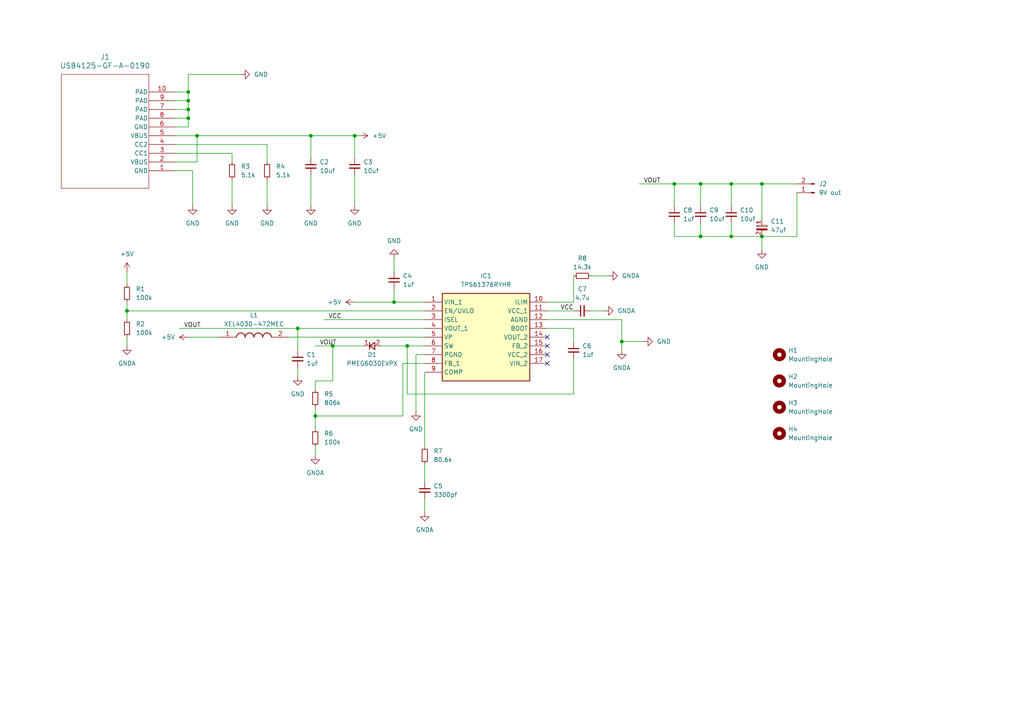
<source format=kicad_sch>
(kicad_sch (version 20230121) (generator eeschema)
  (paper "A4")
  (lib_symbols
    (symbol "Connector:Conn_01x02_Pin" (pin_names (offset 1.016) hide)
      (property "Reference" "J" (at 0 2.54 0))
      (property "Value" "Conn_01x02_Pin" (at 0 -5.08 0))
      (symbol "Conn_01x02_Pin_1_1"
        (polyline (pts (xy 1.27 -2.54) (xy 0.8636 -2.54)) (stroke (width 0.1524)))
        (polyline (pts (xy 1.27 0) (xy 0.8636 0)) (stroke (width 0.1524)))
        (rectangle (start 0.8636 -2.413) (end 0 -2.667) (stroke (width 0.1524)) (fill (type outline)))
        (rectangle (start 0.8636 0.127) (end 0 -0.127) (stroke (width 0.1524)) (fill (type outline)))
        (pin passive line (at 5.08 0 180) (length 3.81) (name "Pin_1") (number "1"))
        (pin passive line (at 5.08 -2.54 180) (length 3.81) (name "Pin_2") (number "2"))
      )
    )
    (symbol "Device:C_Polarized_Small" (pin_names (offset 0.254) hide)
      (property "Reference" "C" (at 0.254 1.778 0))
      (property "Value" "C_Polarized_Small" (at 0.254 -2.032 0))
      (symbol "C_Polarized_Small_0_1"
        (rectangle (start -1.524 -0.3048) (end 1.524 -0.6858) (fill (type outline)))
        (rectangle (start -1.524 0.6858) (end 1.524 0.3048))
        (polyline (pts (xy -1.27 1.524) (xy -0.762 1.524)))
        (polyline (pts (xy -1.016 1.27) (xy -1.016 1.778)))
      )
      (symbol "C_Polarized_Small_1_1"
        (pin passive line (at 0 2.54 270) (length 1.8542) (name "~") (number "1"))
        (pin passive line (at 0 -2.54 90) (length 1.8542) (name "~") (number "2"))
      )
    )
    (symbol "Device:C_Small" (pin_numbers hide) (pin_names (offset 0.254) hide)
      (property "Reference" "C" (at 0.254 1.778 0))
      (property "Value" "C_Small" (at 0.254 -2.032 0))
      (symbol "C_Small_0_1"
        (polyline (pts (xy -1.524 -0.508) (xy 1.524 -0.508)) (stroke (width 0.3302)))
        (polyline (pts (xy -1.524 0.508) (xy 1.524 0.508)) (stroke (width 0.3048)))
      )
      (symbol "C_Small_1_1"
        (pin passive line (at 0 2.54 270) (length 2.032) (name "~") (number "1"))
        (pin passive line (at 0 -2.54 90) (length 2.032) (name "~") (number "2"))
      )
    )
    (symbol "Device:D_Small" (pin_names (offset 0.254) hide)
      (property "Reference" "D" (at -1.27 2.032 0))
      (property "Value" "D_Small" (at -3.81 -2.032 0))
      (symbol "D_Small_0_1"
        (polyline (pts (xy -0.762 -1.016) (xy -0.762 1.016)) (stroke (width 0.254)))
        (polyline (pts (xy -0.762 0) (xy 0.762 0)))
        (polyline (pts (xy 0.762 -1.016) (xy -0.762 0) (xy 0.762 1.016) (xy 0.762 -1.016)) (stroke (width 0.254)))
      )
      (symbol "D_Small_1_1"
        (pin passive line (at -2.54 0 0) (length 1.778) (name "K") (number "1"))
        (pin passive line (at 2.54 0 180) (length 1.778) (name "A") (number "2"))
      )
    )
    (symbol "Device:R_Small" (pin_numbers hide) (pin_names (offset 0.254) hide)
      (property "Reference" "R" (at 0.762 0.508 0))
      (property "Value" "R_Small" (at 0.762 -1.016 0))
      (symbol "R_Small_0_1"
        (rectangle (start -0.762 1.778) (end 0.762 -1.778) (stroke (width 0.2032)))
      )
      (symbol "R_Small_1_1"
        (pin passive line (at 0 2.54 270) (length 0.762) (name "~") (number "1"))
        (pin passive line (at 0 -2.54 90) (length 0.762) (name "~") (number "2"))
      )
    )
    (symbol "Mechanical:MountingHole" (pin_names (offset 1.016))
      (property "Reference" "H" (at 0 5.08 0))
      (property "Value" "MountingHole" (at 0 3.175 0))
      (symbol "MountingHole_0_1"
        (circle (center 0 0) (radius 1.27) (stroke (width 1.27)))
      )
    )
    (symbol "boost-converter:TPS61376RYHR"
      (property "Reference" "IC" (at 31.75 7.62 0))
      (property "Value" "TPS61376RYHR" (at 31.75 5.08 0))
      (symbol "TPS61376RYHR_1_1"
        (rectangle (start 5.08 2.54) (end 30.48 -22.86) (stroke (width 0.254)) (fill (type background)))
        (pin passive line (at 0 0 0) (length 5.08) (name "VIN_1") (number "1"))
        (pin passive line (at 35.56 0 180) (length 5.08) (name "ILIM") (number "10"))
        (pin passive line (at 35.56 -2.54 180) (length 5.08) (name "VCC_1") (number "11"))
        (pin passive line (at 35.56 -5.08 180) (length 5.08) (name "AGND") (number "12"))
        (pin passive line (at 35.56 -7.62 180) (length 5.08) (name "BOOT") (number "13"))
        (pin passive line (at 35.56 -10.16 180) (length 5.08) (name "VOUT_2") (number "14"))
        (pin passive line (at 35.56 -12.7 180) (length 5.08) (name "FB_2") (number "15"))
        (pin passive line (at 35.56 -15.24 180) (length 5.08) (name "VCC_2") (number "16"))
        (pin passive line (at 35.56 -17.78 180) (length 5.08) (name "VIN_2") (number "17"))
        (pin passive line (at 0 -2.54 0) (length 5.08) (name "EN/UVLO") (number "2"))
        (pin passive line (at 0 -5.08 0) (length 5.08) (name "ISEL") (number "3"))
        (pin passive line (at 0 -7.62 0) (length 5.08) (name "VOUT_1") (number "4"))
        (pin passive line (at 0 -10.16 0) (length 5.08) (name "VP") (number "5"))
        (pin passive line (at 0 -12.7 0) (length 5.08) (name "SW") (number "6"))
        (pin passive line (at 0 -15.24 0) (length 5.08) (name "PGND") (number "7"))
        (pin passive line (at 0 -17.78 0) (length 5.08) (name "FB_1") (number "8"))
        (pin passive line (at 0 -20.32 0) (length 5.08) (name "COMP") (number "9"))
      )
    )
    (symbol "inductor:XEL4030-472MEC" (pin_names hide)
      (property "Reference" "L" (at 16.51 6.35 0))
      (property "Value" "XEL4030-472MEC" (at 16.51 3.81 0))
      (symbol "XEL4030-472MEC_1_1"
        (arc (start 7.62 0) (mid 6.35 1.219) (end 5.08 0) (stroke (width 0.254)))
        (arc (start 10.16 0) (mid 8.89 1.219) (end 7.62 0) (stroke (width 0.254)))
        (arc (start 12.7 0) (mid 11.43 1.219) (end 10.16 0) (stroke (width 0.254)))
        (arc (start 15.24 0) (mid 13.97 1.219) (end 12.7 0) (stroke (width 0.254)))
        (pin passive line (at 0 0 0) (length 5.08) (name "1") (number "1"))
        (pin passive line (at 20.32 0 180) (length 5.08) (name "2") (number "2"))
      )
    )
    (symbol "power:+5V" (power) (pin_names (offset 0))
      (property "Value" "+5V" (at 0 3.556 0))
      (symbol "+5V_0_1"
        (polyline (pts (xy -0.762 1.27) (xy 0 2.54)))
        (polyline (pts (xy 0 0) (xy 0 2.54)))
        (polyline (pts (xy 0 2.54) (xy 0.762 1.27)))
      )
      (symbol "+5V_1_1"
        (pin power_in line (at 0 0 90) (length 0) hide (name "+5V") (number "1"))
      )
    )
    (symbol "power:GND" (power) (pin_names (offset 0))
      (property "Value" "GND" (at 0 -3.81 0))
      (symbol "GND_0_1"
        (polyline (pts (xy 0 0) (xy 0 -1.27) (xy 1.27 -1.27) (xy 0 -2.54) (xy -1.27 -1.27) (xy 0 -1.27)))
      )
      (symbol "GND_1_1"
        (pin power_in line (at 0 0 270) (length 0) hide (name "GND") (number "1"))
      )
    )
    (symbol "power:GNDA" (power) (pin_names (offset 0))
      (property "Value" "GNDA" (at 0 -3.81 0))
      (symbol "GNDA_0_1"
        (polyline (pts (xy 0 0) (xy 0 -1.27) (xy 1.27 -1.27) (xy 0 -2.54) (xy -1.27 -1.27) (xy 0 -1.27)))
      )
      (symbol "GNDA_1_1"
        (pin power_in line (at 0 0 270) (length 0) hide (name "GNDA") (number "1"))
      )
    )
    (symbol "usbc-conn:USB4125-GF-A-0190" (pin_names (offset 0.254))
      (property "Reference" "J" (at 20.32 10.16 0))
      (property "Value" "USB4125-GF-A-0190" (at 20.32 7.62 0))
      (symbol "USB4125-GF-A-0190_0_1"
        (polyline (pts (xy 7.62 -27.94) (xy 33.02 -27.94)) (stroke (width 0.127)))
        (polyline (pts (xy 7.62 5.08) (xy 7.62 -27.94)) (stroke (width 0.127)))
        (polyline (pts (xy 33.02 -27.94) (xy 33.02 5.08)) (stroke (width 0.127)))
        (polyline (pts (xy 33.02 5.08) (xy 7.62 5.08)) (stroke (width 0.127)))
      )
      (symbol "USB4125-GF-A-0190_1_1"
        (pin power_in line (at 0 0 0) (length 7.62) (name "GND") (number "1"))
        (pin power_in line (at 0 -22.86 0) (length 7.62) (name "PAD") (number "10"))
        (pin power_in line (at 0 -2.54 0) (length 7.62) (name "VBUS") (number "2"))
        (pin open_emitter line (at 0 -5.08 0) (length 7.62) (name "CC1") (number "3"))
        (pin open_emitter line (at 0 -7.62 0) (length 7.62) (name "CC2") (number "4"))
        (pin power_in line (at 0 -10.16 0) (length 7.62) (name "VBUS") (number "5"))
        (pin power_in line (at 0 -12.7 0) (length 7.62) (name "GND") (number "6"))
        (pin power_in line (at 0 -17.78 0) (length 7.62) (name "PAD") (number "7"))
        (pin power_in line (at 0 -15.24 0) (length 7.62) (name "PAD") (number "8"))
        (pin power_in line (at 0 -20.32 0) (length 7.62) (name "PAD") (number "9"))
      )
    )
  )
  (junction (at 36.83 90.17))
  (junction (at 54.61 34.29))
  (junction (at 96.52 100.33))
  (junction (at 195.58 53.34))
  (junction (at 212.09 68.58))
  (junction (at 91.44 120.65))
  (junction (at 57.15 39.37))
  (junction (at 220.98 53.34))
  (junction (at 86.36 95.25))
  (junction (at 118.11 100.33))
  (junction (at 102.87 39.37))
  (junction (at 203.2 53.34))
  (junction (at 180.34 99.06))
  (junction (at 90.17 39.37))
  (junction (at 212.09 53.34))
  (junction (at 54.61 31.75))
  (junction (at 220.98 68.58))
  (junction (at 54.61 26.67))
  (junction (at 54.61 29.21))
  (junction (at 203.2 68.58))
  (junction (at 114.3 87.63))
  (no_connect (at 158.75 102.87))
  (no_connect (at 158.75 97.79))
  (no_connect (at 158.75 100.33))
  (no_connect (at 158.75 105.41))
  (wire (pts (xy 118.11 114.3) (xy 118.11 100.33)))
  (wire (pts (xy 171.45 90.17) (xy 175.26 90.17)))
  (wire (pts (xy 166.37 87.63) (xy 166.37 80.01)))
  (wire (pts (xy 91.44 113.03) (xy 91.44 110.49)))
  (wire (pts (xy 195.58 53.34) (xy 195.58 59.69)))
  (wire (pts (xy 123.19 134.62) (xy 123.19 139.7)))
  (wire (pts (xy 114.3 83.82) (xy 114.3 87.63)))
  (wire (pts (xy 120.65 102.87) (xy 120.65 119.38)))
  (wire (pts (xy 50.8 29.21) (xy 54.61 29.21)))
  (wire (pts (xy 91.44 120.65) (xy 91.44 124.46)))
  (wire (pts (xy 91.44 100.33) (xy 96.52 100.33)))
  (wire (pts (xy 54.61 31.75) (xy 54.61 29.21)))
  (wire (pts (xy 96.52 100.33) (xy 105.41 100.33)))
  (wire (pts (xy 123.19 107.95) (xy 123.19 129.54)))
  (wire (pts (xy 203.2 64.77) (xy 203.2 68.58)))
  (wire (pts (xy 96.52 110.49) (xy 96.52 100.33)))
  (wire (pts (xy 90.17 39.37) (xy 102.87 39.37)))
  (wire (pts (xy 203.2 53.34) (xy 212.09 53.34)))
  (wire (pts (xy 36.83 87.63) (xy 36.83 90.17)))
  (wire (pts (xy 158.75 95.25) (xy 166.37 95.25)))
  (wire (pts (xy 195.58 64.77) (xy 195.58 68.58)))
  (wire (pts (xy 123.19 102.87) (xy 120.65 102.87)))
  (wire (pts (xy 220.98 53.34) (xy 220.98 63.5)))
  (wire (pts (xy 54.61 36.83) (xy 54.61 34.29)))
  (wire (pts (xy 212.09 53.34) (xy 212.09 59.69)))
  (wire (pts (xy 118.11 100.33) (xy 123.19 100.33)))
  (wire (pts (xy 57.15 46.99) (xy 57.15 39.37)))
  (wire (pts (xy 123.19 144.78) (xy 123.19 148.59)))
  (wire (pts (xy 50.8 26.67) (xy 54.61 26.67)))
  (wire (pts (xy 203.2 53.34) (xy 203.2 59.69)))
  (wire (pts (xy 57.15 39.37) (xy 90.17 39.37)))
  (wire (pts (xy 50.8 44.45) (xy 67.31 44.45)))
  (wire (pts (xy 158.75 87.63) (xy 166.37 87.63)))
  (wire (pts (xy 91.44 120.65) (xy 116.84 120.65)))
  (wire (pts (xy 77.47 41.91) (xy 77.47 46.99)))
  (wire (pts (xy 90.17 39.37) (xy 90.17 45.72)))
  (wire (pts (xy 166.37 114.3) (xy 118.11 114.3)))
  (wire (pts (xy 36.83 97.79) (xy 36.83 100.33)))
  (wire (pts (xy 220.98 68.58) (xy 220.98 72.39)))
  (wire (pts (xy 212.09 64.77) (xy 212.09 68.58)))
  (wire (pts (xy 102.87 39.37) (xy 102.87 45.72)))
  (wire (pts (xy 54.61 34.29) (xy 54.61 31.75)))
  (wire (pts (xy 50.8 41.91) (xy 77.47 41.91)))
  (wire (pts (xy 91.44 110.49) (xy 96.52 110.49)))
  (wire (pts (xy 185.42 53.34) (xy 195.58 53.34)))
  (wire (pts (xy 166.37 95.25) (xy 166.37 99.06)))
  (wire (pts (xy 50.8 49.53) (xy 55.88 49.53)))
  (wire (pts (xy 36.83 90.17) (xy 36.83 92.71)))
  (wire (pts (xy 220.98 53.34) (xy 231.14 53.34)))
  (wire (pts (xy 171.45 80.01) (xy 176.53 80.01)))
  (wire (pts (xy 195.58 53.34) (xy 203.2 53.34)))
  (wire (pts (xy 50.8 39.37) (xy 57.15 39.37)))
  (wire (pts (xy 231.14 55.88) (xy 231.14 68.58)))
  (wire (pts (xy 116.84 105.41) (xy 116.84 120.65)))
  (wire (pts (xy 102.87 87.63) (xy 114.3 87.63)))
  (wire (pts (xy 158.75 90.17) (xy 166.37 90.17)))
  (wire (pts (xy 86.36 95.25) (xy 86.36 101.6)))
  (wire (pts (xy 110.49 100.33) (xy 118.11 100.33)))
  (wire (pts (xy 102.87 50.8) (xy 102.87 59.69)))
  (wire (pts (xy 54.61 29.21) (xy 54.61 26.67)))
  (wire (pts (xy 93.98 92.71) (xy 123.19 92.71)))
  (wire (pts (xy 50.8 36.83) (xy 54.61 36.83)))
  (wire (pts (xy 114.3 74.93) (xy 114.3 78.74)))
  (wire (pts (xy 180.34 99.06) (xy 186.69 99.06)))
  (wire (pts (xy 212.09 68.58) (xy 220.98 68.58)))
  (wire (pts (xy 203.2 68.58) (xy 212.09 68.58)))
  (wire (pts (xy 231.14 68.58) (xy 220.98 68.58)))
  (wire (pts (xy 83.82 97.79) (xy 123.19 97.79)))
  (wire (pts (xy 195.58 68.58) (xy 203.2 68.58)))
  (wire (pts (xy 91.44 118.11) (xy 91.44 120.65)))
  (wire (pts (xy 180.34 99.06) (xy 180.34 101.6)))
  (wire (pts (xy 180.34 92.71) (xy 180.34 99.06)))
  (wire (pts (xy 36.83 90.17) (xy 123.19 90.17)))
  (wire (pts (xy 55.88 49.53) (xy 55.88 59.69)))
  (wire (pts (xy 36.83 78.74) (xy 36.83 82.55)))
  (wire (pts (xy 90.17 50.8) (xy 90.17 59.69)))
  (wire (pts (xy 67.31 52.07) (xy 67.31 59.69)))
  (wire (pts (xy 50.8 46.99) (xy 57.15 46.99)))
  (wire (pts (xy 52.07 95.25) (xy 86.36 95.25)))
  (wire (pts (xy 54.61 97.79) (xy 63.5 97.79)))
  (wire (pts (xy 91.44 129.54) (xy 91.44 132.08)))
  (wire (pts (xy 50.8 31.75) (xy 54.61 31.75)))
  (wire (pts (xy 77.47 52.07) (xy 77.47 59.69)))
  (wire (pts (xy 114.3 87.63) (xy 123.19 87.63)))
  (wire (pts (xy 54.61 21.59) (xy 69.85 21.59)))
  (wire (pts (xy 54.61 26.67) (xy 54.61 21.59)))
  (wire (pts (xy 212.09 53.34) (xy 220.98 53.34)))
  (wire (pts (xy 166.37 104.14) (xy 166.37 114.3)))
  (wire (pts (xy 158.75 92.71) (xy 180.34 92.71)))
  (wire (pts (xy 86.36 106.68) (xy 86.36 109.22)))
  (wire (pts (xy 102.87 39.37) (xy 104.14 39.37)))
  (wire (pts (xy 67.31 46.99) (xy 67.31 44.45)))
  (wire (pts (xy 123.19 105.41) (xy 116.84 105.41)))
  (wire (pts (xy 86.36 95.25) (xy 123.19 95.25)))
  (wire (pts (xy 50.8 34.29) (xy 54.61 34.29)))
  (label "VOUT" (at 186.69 53.34 0))
  (label "VOUT" (at 92.71 100.33 0))
  (label "VCC" (at 95.25 92.71 0))
  (label "VCC" (at 166.37 90.17 180))
  (label "VOUT" (at 53.34 95.25 0))
  (symbol (lib_id "Device:R_Small") (at 67.31 49.53 0) (unit 1)
    (property "Reference" "R3" (at 69.85 48.26 0) (effects (justify left)))
    (property "Value" "5.1k" (at 69.85 50.8 0) (effects (justify left)))
    (property "Footprint" "Resistor_SMD:R_0603_1608Metric" (effects hide))
  )
  (symbol (lib_id "Device:C_Polarized_Small") (at 220.98 66.04 0) (unit 1)
    (property "Reference" "C11" (at 223.52 64.2239 0) (effects (justify left)))
    (property "Value" "47uf" (at 223.52 66.7639 0) (effects (justify left)))
    (property "Footprint" "capacitor:EEE1AA220WR" (effects hide))
  )
  (symbol (lib_id "inductor:XEL4030-472MEC") (at 63.5 97.79 0) (unit 1)
    (property "Reference" "L1" (at 73.66 91.44 0))
    (property "Value" "XEL4030-472MEC" (at 73.66 93.98 0))
    (property "Footprint" "inductor:XEL4030472MEC" (effects hide))
    (property "Datasheet" "https://www.coilcraft.com/getmedia/8245f050-f190-4295-8c41-7c03d662ee3d/xel4030.pdf" (effects hide))
    (property "Height" "3.1" (effects hide))
    (property "Mouser Part Number" "994-XEL4030-472MEC" (effects hide))
    (property "Mouser Price/Stock" "https://www.mouser.co.uk/ProductDetail/Coilcraft/XEL4030-472MEC?qs=chTDxNqvsykB0pdY7uXC2g%3D%3D" (effects hide))
    (property "Manufacturer_Name" "COILCRAFT" (effects hide))
    (property "Manufacturer_Part_Number" "XEL4030-472MEC" (effects hide))
  )
  (symbol (lib_id "Device:R_Small") (at 123.19 132.08 0) (unit 1)
    (property "Reference" "R7" (at 125.73 130.81 0) (effects (justify left)))
    (property "Value" "80.6k" (at 125.73 133.35 0) (effects (justify left)))
    (property "Footprint" "Resistor_SMD:R_0603_1608Metric" (effects hide))
  )
  (symbol (lib_id "Device:R_Small") (at 77.47 49.53 0) (unit 1)
    (property "Reference" "R4" (at 80.01 48.26 0) (effects (justify left)))
    (property "Value" "5.1k" (at 80.01 50.8 0) (effects (justify left)))
    (property "Footprint" "Resistor_SMD:R_0603_1608Metric" (effects hide))
  )
  (symbol (lib_id "Device:C_Small") (at 102.87 48.26 0) (unit 1)
    (property "Reference" "C3" (at 105.41 46.9963 0) (effects (justify left)))
    (property "Value" "10uf" (at 105.41 49.5363 0) (effects (justify left)))
    (property "Footprint" "Capacitor_SMD:C_0805_2012Metric" (effects hide))
  )
  (symbol (lib_id "power:GND") (at 114.3 74.93 180) (unit 1)
    (property "Reference" "#PWR014" (effects hide))
    (property "Value" "GND" (at 114.3 69.85 0))
  )
  (symbol (lib_id "power:GND") (at 186.69 99.06 90) (unit 1)
    (property "Reference" "#PWR020" (effects hide))
    (property "Value" "GND" (at 190.5 99.06 90) (effects (justify right)))
  )
  (symbol (lib_id "Mechanical:MountingHole") (at 226.06 102.87 0) (unit 1)
    (property "Reference" "H1" (at 228.6 101.6 0) (effects (justify left)))
    (property "Value" "MountingHole" (at 228.6 104.14 0) (effects (justify left)))
    (property "Footprint" "MountingHole:MountingHole_2.2mm_M2" (effects hide))
  )
  (symbol (lib_id "Device:C_Small") (at 166.37 101.6 0) (unit 1)
    (property "Reference" "C6" (at 168.91 100.3363 0) (effects (justify left)))
    (property "Value" "1uf" (at 168.91 102.8763 0) (effects (justify left)))
    (property "Footprint" "Capacitor_SMD:C_0402_1005Metric" (effects hide))
  )
  (symbol (lib_id "Device:C_Small") (at 195.58 62.23 0) (unit 1)
    (property "Reference" "C8" (at 198.12 60.9663 0) (effects (justify left)))
    (property "Value" "1uf" (at 198.12 63.5063 0) (effects (justify left)))
    (property "Footprint" "Capacitor_SMD:C_0402_1005Metric" (effects hide))
  )
  (symbol (lib_id "power:GNDA") (at 176.53 80.01 90) (unit 1)
    (property "Reference" "#PWR018" (effects hide))
    (property "Value" "GNDA" (at 180.34 80.01 90) (effects (justify right)))
  )
  (symbol (lib_id "power:GND") (at 86.36 109.22 0) (unit 1)
    (property "Reference" "#PWR08" (effects hide))
    (property "Value" "GND" (at 86.36 114.3 0))
  )
  (symbol (lib_id "power:GND") (at 55.88 59.69 0) (unit 1)
    (property "Reference" "#PWR04" (effects hide))
    (property "Value" "GND" (at 55.88 64.77 0))
  )
  (symbol (lib_id "boost-converter:TPS61376RYHR") (at 123.19 87.63 0) (unit 1)
    (property "Reference" "IC1" (at 140.97 80.01 0))
    (property "Value" "TPS61376RYHR" (at 140.97 82.55 0))
    (property "Footprint" "boost-converter:TPS61376RYHR" (effects hide))
    (property "Datasheet" "https://www.ti.com/lit/ds/symlink/tps61376.pdf?ts=1666300198484&ref_url=https%253A%252F%252Fwww.ti.com%252Fsitesearch%252Fen-us%252Fdocs%252Funiversalsearch.tsp%253FlangPref%253Den-US%2526searchTerm%253DTPS61376RYHR%2526nr%253D3" (effects hide))
    (property "Height" "1" (effects hide))
    (property "Mouser Part Number" "595-TPS61376RYHR" (effects hide))
    (property "Mouser Price/Stock" "https://www.mouser.co.uk/ProductDetail/Texas-Instruments/TPS61376RYHR?qs=T%252BzbugeAwjhoH8OT7Xf4Nw%3D%3D" (effects hide))
    (property "Manufacturer_Name" "Texas Instruments" (effects hide))
    (property "Manufacturer_Part_Number" "TPS61376RYHR" (effects hide))
  )
  (symbol (lib_id "Mechanical:MountingHole") (at 226.06 110.49 0) (unit 1)
    (property "Reference" "H2" (at 228.6 109.22 0) (effects (justify left)))
    (property "Value" "MountingHole" (at 228.6 111.76 0) (effects (justify left)))
    (property "Footprint" "MountingHole:MountingHole_2.2mm_M2" (effects hide))
  )
  (symbol (lib_id "Device:R_Small") (at 91.44 127 0) (unit 1)
    (property "Reference" "R6" (at 93.98 125.73 0) (effects (justify left)))
    (property "Value" "100k" (at 93.98 128.27 0) (effects (justify left)))
    (property "Footprint" "Resistor_SMD:R_0603_1608Metric" (effects hide))
  )
  (symbol (lib_id "power:GND") (at 69.85 21.59 90) (unit 1)
    (property "Reference" "#PWR06" (effects hide))
    (property "Value" "GND" (at 73.66 21.59 90) (effects (justify right)))
  )
  (symbol (lib_id "power:GND") (at 220.98 72.39 0) (unit 1)
    (property "Reference" "#PWR021" (effects hide))
    (property "Value" "GND" (at 220.98 77.47 0))
  )
  (symbol (lib_id "Device:R_Small") (at 36.83 95.25 0) (unit 1)
    (property "Reference" "R2" (at 39.37 93.98 0) (effects (justify left)))
    (property "Value" "100k" (at 39.37 96.52 0) (effects (justify left)))
    (property "Footprint" "Resistor_SMD:R_0603_1608Metric" (effects hide))
  )
  (symbol (lib_id "Device:D_Small") (at 107.95 100.33 0) (unit 1)
    (property "Reference" "D1" (at 107.95 102.87 0))
    (property "Value" "PMEG6030EVPX" (at 107.95 105.41 0))
    (property "Footprint" "shottky:PMEG6030EVPX" (effects hide))
    (property "Sim.Device" "D" (effects hide))
    (property "Sim.Pins" "1=K 2=A" (effects hide))
  )
  (symbol (lib_id "Device:C_Small") (at 168.91 90.17 90) (unit 1)
    (property "Reference" "C7" (at 168.9163 83.82 90))
    (property "Value" "4.7u" (at 168.9163 86.36 90))
    (property "Footprint" "Capacitor_SMD:C_0603_1608Metric" (effects hide))
  )
  (symbol (lib_id "Device:R_Small") (at 36.83 85.09 0) (unit 1)
    (property "Reference" "R1" (at 39.37 83.82 0) (effects (justify left)))
    (property "Value" "100k" (at 39.37 86.36 0) (effects (justify left)))
    (property "Footprint" "Resistor_SMD:R_0603_1608Metric" (effects hide))
  )
  (symbol (lib_id "power:+5V") (at 54.61 97.79 90) (unit 1)
    (property "Reference" "#PWR03" (effects hide))
    (property "Value" "+5V" (at 50.8 97.79 90) (effects (justify left)))
  )
  (symbol (lib_id "power:GNDA") (at 175.26 90.17 90) (unit 1)
    (property "Reference" "#PWR017" (effects hide))
    (property "Value" "GNDA" (at 179.07 90.17 90) (effects (justify right)))
  )
  (symbol (lib_id "power:GND") (at 67.31 59.69 0) (unit 1)
    (property "Reference" "#PWR05" (effects hide))
    (property "Value" "GND" (at 67.31 64.77 0))
  )
  (symbol (lib_id "Device:R_Small") (at 168.91 80.01 90) (unit 1)
    (property "Reference" "R8" (at 168.91 74.93 90))
    (property "Value" "14.3k" (at 168.91 77.47 90))
    (property "Footprint" "Resistor_SMD:R_0603_1608Metric" (effects hide))
  )
  (symbol (lib_id "power:GND") (at 77.47 59.69 0) (unit 1)
    (property "Reference" "#PWR07" (effects hide))
    (property "Value" "GND" (at 77.47 64.77 0))
  )
  (symbol (lib_id "usbc-conn:USB4125-GF-A-0190") (at 50.8 49.53 180) (unit 1)
    (property "Reference" "J1" (at 30.48 16.51 0) (effects (font (size 1.524 1.524))))
    (property "Value" "USB4125-GF-A-0190" (at 30.48 19.05 0) (effects (font (size 1.524 1.524))))
    (property "Footprint" "usbc-conn:CONN6_125-GF-A-0190_GCT" (effects hide))
    (property "Datasheet" "USB4125-GF-A-0190" (effects hide))
  )
  (symbol (lib_id "power:GND") (at 120.65 119.38 0) (unit 1)
    (property "Reference" "#PWR015" (effects hide))
    (property "Value" "GND" (at 120.65 124.46 0))
  )
  (symbol (lib_id "power:GND") (at 102.87 59.69 0) (unit 1)
    (property "Reference" "#PWR011" (effects hide))
    (property "Value" "GND" (at 102.87 64.77 0))
  )
  (symbol (lib_id "power:GNDA") (at 180.34 101.6 0) (unit 1)
    (property "Reference" "#PWR019" (effects hide))
    (property "Value" "GNDA" (at 180.34 106.68 0))
  )
  (symbol (lib_id "power:+5V") (at 36.83 78.74 0) (unit 1)
    (property "Reference" "#PWR01" (effects hide))
    (property "Value" "+5V" (at 36.83 73.66 0))
  )
  (symbol (lib_id "Device:C_Small") (at 86.36 104.14 0) (unit 1)
    (property "Reference" "C1" (at 88.9 102.8763 0) (effects (justify left)))
    (property "Value" "1uf" (at 88.9 105.4163 0) (effects (justify left)))
    (property "Footprint" "Capacitor_SMD:C_0402_1005Metric" (effects hide))
  )
  (symbol (lib_id "Device:R_Small") (at 91.44 115.57 0) (unit 1)
    (property "Reference" "R5" (at 93.98 114.3 0) (effects (justify left)))
    (property "Value" "806k" (at 93.98 116.84 0) (effects (justify left)))
    (property "Footprint" "Resistor_SMD:R_0603_1608Metric" (effects hide))
  )
  (symbol (lib_id "Mechanical:MountingHole") (at 226.06 125.73 0) (unit 1)
    (property "Reference" "H4" (at 228.6 124.46 0) (effects (justify left)))
    (property "Value" "MountingHole" (at 228.6 127 0) (effects (justify left)))
    (property "Footprint" "MountingHole:MountingHole_2.2mm_M2" (effects hide))
  )
  (symbol (lib_id "Connector:Conn_01x02_Pin") (at 236.22 55.88 180) (unit 1)
    (property "Reference" "J2" (at 237.49 53.34 0) (effects (justify right)))
    (property "Value" "9V out" (at 237.49 55.88 0) (effects (justify right)))
    (property "Footprint" "Connector_JST:JST_XH_B2B-XH-AM_1x02_P2.50mm_Vertical" (effects hide))
  )
  (symbol (lib_id "power:GND") (at 90.17 59.69 0) (unit 1)
    (property "Reference" "#PWR09" (effects hide))
    (property "Value" "GND" (at 90.17 64.77 0))
  )
  (symbol (lib_id "power:+5V") (at 104.14 39.37 270) (unit 1)
    (property "Reference" "#PWR013" (effects hide))
    (property "Value" "+5V" (at 107.95 39.37 90) (effects (justify left)))
  )
  (symbol (lib_id "Device:C_Small") (at 114.3 81.28 180) (unit 1)
    (property "Reference" "C4" (at 116.84 80.0036 0) (effects (justify right)))
    (property "Value" "1uf" (at 116.84 82.5436 0) (effects (justify right)))
    (property "Footprint" "Capacitor_SMD:C_0402_1005Metric" (effects hide))
  )
  (symbol (lib_id "Mechanical:MountingHole") (at 226.06 118.11 0) (unit 1)
    (property "Reference" "H3" (at 228.6 116.84 0) (effects (justify left)))
    (property "Value" "MountingHole" (at 228.6 119.38 0) (effects (justify left)))
    (property "Footprint" "MountingHole:MountingHole_2.2mm_M2" (effects hide))
  )
  (symbol (lib_id "power:GNDA") (at 91.44 132.08 0) (unit 1)
    (property "Reference" "#PWR010" (effects hide))
    (property "Value" "GNDA" (at 91.44 137.16 0))
  )
  (symbol (lib_id "Device:C_Small") (at 123.19 142.24 0) (unit 1)
    (property "Reference" "C5" (at 125.73 140.9763 0) (effects (justify left)))
    (property "Value" "3300pf" (at 125.73 143.5163 0) (effects (justify left)))
    (property "Footprint" "Capacitor_SMD:C_0603_1608Metric" (effects hide))
  )
  (symbol (lib_id "power:+5V") (at 102.87 87.63 90) (unit 1)
    (property "Reference" "#PWR012" (effects hide))
    (property "Value" "+5V" (at 99.06 87.63 90) (effects (justify left)))
  )
  (symbol (lib_id "Device:C_Small") (at 212.09 62.23 0) (unit 1)
    (property "Reference" "C10" (at 214.63 60.9663 0) (effects (justify left)))
    (property "Value" "10uf" (at 214.63 63.5063 0) (effects (justify left)))
    (property "Footprint" "Capacitor_SMD:C_0805_2012Metric" (effects hide))
  )
  (symbol (lib_id "power:GNDA") (at 123.19 148.59 0) (unit 1)
    (property "Reference" "#PWR016" (effects hide))
    (property "Value" "GNDA" (at 123.19 153.67 0))
  )
  (symbol (lib_id "Device:C_Small") (at 90.17 48.26 0) (unit 1)
    (property "Reference" "C2" (at 92.71 46.9963 0) (effects (justify left)))
    (property "Value" "10uf" (at 92.71 49.5363 0) (effects (justify left)))
    (property "Footprint" "Capacitor_SMD:C_0805_2012Metric" (effects hide))
  )
  (symbol (lib_id "power:GNDA") (at 36.83 100.33 0) (unit 1)
    (property "Reference" "#PWR02" (effects hide))
    (property "Value" "GNDA" (at 36.83 105.41 0))
  )
  (symbol (lib_id "Device:C_Small") (at 203.2 62.23 0) (unit 1)
    (property "Reference" "C9" (at 205.74 60.9663 0) (effects (justify left)))
    (property "Value" "10uf" (at 205.74 63.5063 0) (effects (justify left)))
    (property "Footprint" "Capacitor_SMD:C_0805_2012Metric" (effects hide))
  )
)
</source>
